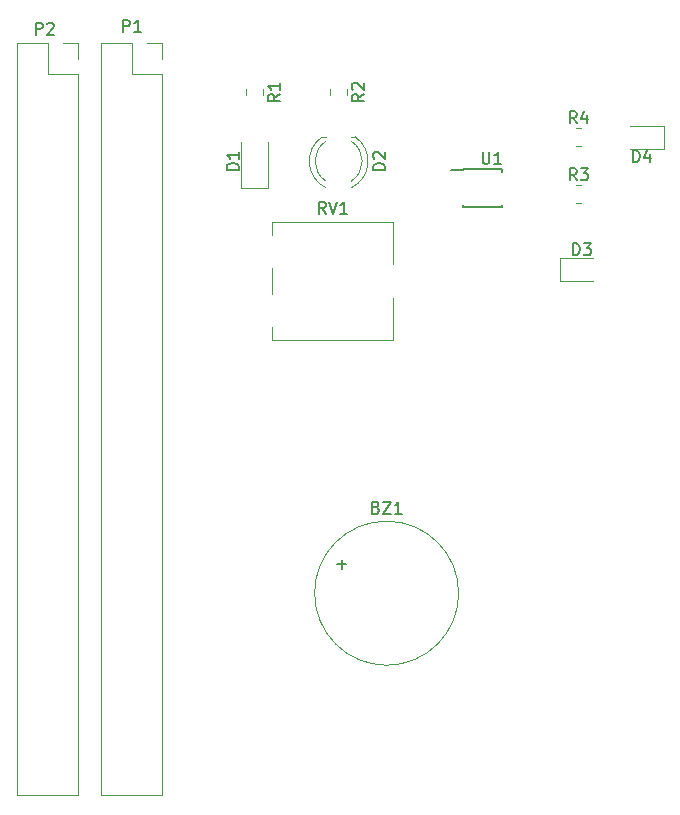
<source format=gbr>
%TF.GenerationSoftware,KiCad,Pcbnew,7.0.1*%
%TF.CreationDate,2023-06-06T22:13:03-06:00*%
%TF.ProjectId,CarSensor,43617253-656e-4736-9f72-2e6b69636164,rev?*%
%TF.SameCoordinates,Original*%
%TF.FileFunction,Legend,Top*%
%TF.FilePolarity,Positive*%
%FSLAX46Y46*%
G04 Gerber Fmt 4.6, Leading zero omitted, Abs format (unit mm)*
G04 Created by KiCad (PCBNEW 7.0.1) date 2023-06-06 22:13:03*
%MOMM*%
%LPD*%
G01*
G04 APERTURE LIST*
%ADD10C,0.150000*%
%ADD11C,0.120000*%
G04 APERTURE END LIST*
D10*
%TO.C,U1*%
X131318095Y-59152619D02*
X131318095Y-59962142D01*
X131318095Y-59962142D02*
X131365714Y-60057380D01*
X131365714Y-60057380D02*
X131413333Y-60105000D01*
X131413333Y-60105000D02*
X131508571Y-60152619D01*
X131508571Y-60152619D02*
X131699047Y-60152619D01*
X131699047Y-60152619D02*
X131794285Y-60105000D01*
X131794285Y-60105000D02*
X131841904Y-60057380D01*
X131841904Y-60057380D02*
X131889523Y-59962142D01*
X131889523Y-59962142D02*
X131889523Y-59152619D01*
X132889523Y-60152619D02*
X132318095Y-60152619D01*
X132603809Y-60152619D02*
X132603809Y-59152619D01*
X132603809Y-59152619D02*
X132508571Y-59295476D01*
X132508571Y-59295476D02*
X132413333Y-59390714D01*
X132413333Y-59390714D02*
X132318095Y-59438333D01*
%TO.C,RV1*%
X118022761Y-64391619D02*
X117689428Y-63915428D01*
X117451333Y-64391619D02*
X117451333Y-63391619D01*
X117451333Y-63391619D02*
X117832285Y-63391619D01*
X117832285Y-63391619D02*
X117927523Y-63439238D01*
X117927523Y-63439238D02*
X117975142Y-63486857D01*
X117975142Y-63486857D02*
X118022761Y-63582095D01*
X118022761Y-63582095D02*
X118022761Y-63724952D01*
X118022761Y-63724952D02*
X117975142Y-63820190D01*
X117975142Y-63820190D02*
X117927523Y-63867809D01*
X117927523Y-63867809D02*
X117832285Y-63915428D01*
X117832285Y-63915428D02*
X117451333Y-63915428D01*
X118308476Y-63391619D02*
X118641809Y-64391619D01*
X118641809Y-64391619D02*
X118975142Y-63391619D01*
X119832285Y-64391619D02*
X119260857Y-64391619D01*
X119546571Y-64391619D02*
X119546571Y-63391619D01*
X119546571Y-63391619D02*
X119451333Y-63534476D01*
X119451333Y-63534476D02*
X119356095Y-63629714D01*
X119356095Y-63629714D02*
X119260857Y-63677333D01*
%TO.C,R4*%
X139279333Y-56724619D02*
X138946000Y-56248428D01*
X138707905Y-56724619D02*
X138707905Y-55724619D01*
X138707905Y-55724619D02*
X139088857Y-55724619D01*
X139088857Y-55724619D02*
X139184095Y-55772238D01*
X139184095Y-55772238D02*
X139231714Y-55819857D01*
X139231714Y-55819857D02*
X139279333Y-55915095D01*
X139279333Y-55915095D02*
X139279333Y-56057952D01*
X139279333Y-56057952D02*
X139231714Y-56153190D01*
X139231714Y-56153190D02*
X139184095Y-56200809D01*
X139184095Y-56200809D02*
X139088857Y-56248428D01*
X139088857Y-56248428D02*
X138707905Y-56248428D01*
X140136476Y-56057952D02*
X140136476Y-56724619D01*
X139898381Y-55677000D02*
X139660286Y-56391285D01*
X139660286Y-56391285D02*
X140279333Y-56391285D01*
%TO.C,R3*%
X139279333Y-61550619D02*
X138946000Y-61074428D01*
X138707905Y-61550619D02*
X138707905Y-60550619D01*
X138707905Y-60550619D02*
X139088857Y-60550619D01*
X139088857Y-60550619D02*
X139184095Y-60598238D01*
X139184095Y-60598238D02*
X139231714Y-60645857D01*
X139231714Y-60645857D02*
X139279333Y-60741095D01*
X139279333Y-60741095D02*
X139279333Y-60883952D01*
X139279333Y-60883952D02*
X139231714Y-60979190D01*
X139231714Y-60979190D02*
X139184095Y-61026809D01*
X139184095Y-61026809D02*
X139088857Y-61074428D01*
X139088857Y-61074428D02*
X138707905Y-61074428D01*
X139612667Y-60550619D02*
X140231714Y-60550619D01*
X140231714Y-60550619D02*
X139898381Y-60931571D01*
X139898381Y-60931571D02*
X140041238Y-60931571D01*
X140041238Y-60931571D02*
X140136476Y-60979190D01*
X140136476Y-60979190D02*
X140184095Y-61026809D01*
X140184095Y-61026809D02*
X140231714Y-61122047D01*
X140231714Y-61122047D02*
X140231714Y-61360142D01*
X140231714Y-61360142D02*
X140184095Y-61455380D01*
X140184095Y-61455380D02*
X140136476Y-61503000D01*
X140136476Y-61503000D02*
X140041238Y-61550619D01*
X140041238Y-61550619D02*
X139755524Y-61550619D01*
X139755524Y-61550619D02*
X139660286Y-61503000D01*
X139660286Y-61503000D02*
X139612667Y-61455380D01*
%TO.C,R2*%
X121238619Y-54268666D02*
X120762428Y-54601999D01*
X121238619Y-54840094D02*
X120238619Y-54840094D01*
X120238619Y-54840094D02*
X120238619Y-54459142D01*
X120238619Y-54459142D02*
X120286238Y-54363904D01*
X120286238Y-54363904D02*
X120333857Y-54316285D01*
X120333857Y-54316285D02*
X120429095Y-54268666D01*
X120429095Y-54268666D02*
X120571952Y-54268666D01*
X120571952Y-54268666D02*
X120667190Y-54316285D01*
X120667190Y-54316285D02*
X120714809Y-54363904D01*
X120714809Y-54363904D02*
X120762428Y-54459142D01*
X120762428Y-54459142D02*
X120762428Y-54840094D01*
X120333857Y-53887713D02*
X120286238Y-53840094D01*
X120286238Y-53840094D02*
X120238619Y-53744856D01*
X120238619Y-53744856D02*
X120238619Y-53506761D01*
X120238619Y-53506761D02*
X120286238Y-53411523D01*
X120286238Y-53411523D02*
X120333857Y-53363904D01*
X120333857Y-53363904D02*
X120429095Y-53316285D01*
X120429095Y-53316285D02*
X120524333Y-53316285D01*
X120524333Y-53316285D02*
X120667190Y-53363904D01*
X120667190Y-53363904D02*
X121238619Y-53935332D01*
X121238619Y-53935332D02*
X121238619Y-53316285D01*
%TO.C,R1*%
X114126619Y-54268666D02*
X113650428Y-54601999D01*
X114126619Y-54840094D02*
X113126619Y-54840094D01*
X113126619Y-54840094D02*
X113126619Y-54459142D01*
X113126619Y-54459142D02*
X113174238Y-54363904D01*
X113174238Y-54363904D02*
X113221857Y-54316285D01*
X113221857Y-54316285D02*
X113317095Y-54268666D01*
X113317095Y-54268666D02*
X113459952Y-54268666D01*
X113459952Y-54268666D02*
X113555190Y-54316285D01*
X113555190Y-54316285D02*
X113602809Y-54363904D01*
X113602809Y-54363904D02*
X113650428Y-54459142D01*
X113650428Y-54459142D02*
X113650428Y-54840094D01*
X114126619Y-53316285D02*
X114126619Y-53887713D01*
X114126619Y-53601999D02*
X113126619Y-53601999D01*
X113126619Y-53601999D02*
X113269476Y-53697237D01*
X113269476Y-53697237D02*
X113364714Y-53792475D01*
X113364714Y-53792475D02*
X113412333Y-53887713D01*
%TO.C,P2*%
X93495905Y-49230619D02*
X93495905Y-48230619D01*
X93495905Y-48230619D02*
X93876857Y-48230619D01*
X93876857Y-48230619D02*
X93972095Y-48278238D01*
X93972095Y-48278238D02*
X94019714Y-48325857D01*
X94019714Y-48325857D02*
X94067333Y-48421095D01*
X94067333Y-48421095D02*
X94067333Y-48563952D01*
X94067333Y-48563952D02*
X94019714Y-48659190D01*
X94019714Y-48659190D02*
X93972095Y-48706809D01*
X93972095Y-48706809D02*
X93876857Y-48754428D01*
X93876857Y-48754428D02*
X93495905Y-48754428D01*
X94448286Y-48325857D02*
X94495905Y-48278238D01*
X94495905Y-48278238D02*
X94591143Y-48230619D01*
X94591143Y-48230619D02*
X94829238Y-48230619D01*
X94829238Y-48230619D02*
X94924476Y-48278238D01*
X94924476Y-48278238D02*
X94972095Y-48325857D01*
X94972095Y-48325857D02*
X95019714Y-48421095D01*
X95019714Y-48421095D02*
X95019714Y-48516333D01*
X95019714Y-48516333D02*
X94972095Y-48659190D01*
X94972095Y-48659190D02*
X94400667Y-49230619D01*
X94400667Y-49230619D02*
X95019714Y-49230619D01*
%TO.C,P1*%
X100861905Y-49000619D02*
X100861905Y-48000619D01*
X100861905Y-48000619D02*
X101242857Y-48000619D01*
X101242857Y-48000619D02*
X101338095Y-48048238D01*
X101338095Y-48048238D02*
X101385714Y-48095857D01*
X101385714Y-48095857D02*
X101433333Y-48191095D01*
X101433333Y-48191095D02*
X101433333Y-48333952D01*
X101433333Y-48333952D02*
X101385714Y-48429190D01*
X101385714Y-48429190D02*
X101338095Y-48476809D01*
X101338095Y-48476809D02*
X101242857Y-48524428D01*
X101242857Y-48524428D02*
X100861905Y-48524428D01*
X102385714Y-49000619D02*
X101814286Y-49000619D01*
X102100000Y-49000619D02*
X102100000Y-48000619D01*
X102100000Y-48000619D02*
X102004762Y-48143476D01*
X102004762Y-48143476D02*
X101909524Y-48238714D01*
X101909524Y-48238714D02*
X101814286Y-48286333D01*
%TO.C,D4*%
X144041905Y-60024619D02*
X144041905Y-59024619D01*
X144041905Y-59024619D02*
X144280000Y-59024619D01*
X144280000Y-59024619D02*
X144422857Y-59072238D01*
X144422857Y-59072238D02*
X144518095Y-59167476D01*
X144518095Y-59167476D02*
X144565714Y-59262714D01*
X144565714Y-59262714D02*
X144613333Y-59453190D01*
X144613333Y-59453190D02*
X144613333Y-59596047D01*
X144613333Y-59596047D02*
X144565714Y-59786523D01*
X144565714Y-59786523D02*
X144518095Y-59881761D01*
X144518095Y-59881761D02*
X144422857Y-59977000D01*
X144422857Y-59977000D02*
X144280000Y-60024619D01*
X144280000Y-60024619D02*
X144041905Y-60024619D01*
X145470476Y-59357952D02*
X145470476Y-60024619D01*
X145232381Y-58977000D02*
X144994286Y-59691285D01*
X144994286Y-59691285D02*
X145613333Y-59691285D01*
%TO.C,D3*%
X138961905Y-67900619D02*
X138961905Y-66900619D01*
X138961905Y-66900619D02*
X139200000Y-66900619D01*
X139200000Y-66900619D02*
X139342857Y-66948238D01*
X139342857Y-66948238D02*
X139438095Y-67043476D01*
X139438095Y-67043476D02*
X139485714Y-67138714D01*
X139485714Y-67138714D02*
X139533333Y-67329190D01*
X139533333Y-67329190D02*
X139533333Y-67472047D01*
X139533333Y-67472047D02*
X139485714Y-67662523D01*
X139485714Y-67662523D02*
X139438095Y-67757761D01*
X139438095Y-67757761D02*
X139342857Y-67853000D01*
X139342857Y-67853000D02*
X139200000Y-67900619D01*
X139200000Y-67900619D02*
X138961905Y-67900619D01*
X139866667Y-66900619D02*
X140485714Y-66900619D01*
X140485714Y-66900619D02*
X140152381Y-67281571D01*
X140152381Y-67281571D02*
X140295238Y-67281571D01*
X140295238Y-67281571D02*
X140390476Y-67329190D01*
X140390476Y-67329190D02*
X140438095Y-67376809D01*
X140438095Y-67376809D02*
X140485714Y-67472047D01*
X140485714Y-67472047D02*
X140485714Y-67710142D01*
X140485714Y-67710142D02*
X140438095Y-67805380D01*
X140438095Y-67805380D02*
X140390476Y-67853000D01*
X140390476Y-67853000D02*
X140295238Y-67900619D01*
X140295238Y-67900619D02*
X140009524Y-67900619D01*
X140009524Y-67900619D02*
X139914286Y-67853000D01*
X139914286Y-67853000D02*
X139866667Y-67805380D01*
%TO.C,D2*%
X123048619Y-60682094D02*
X122048619Y-60682094D01*
X122048619Y-60682094D02*
X122048619Y-60443999D01*
X122048619Y-60443999D02*
X122096238Y-60301142D01*
X122096238Y-60301142D02*
X122191476Y-60205904D01*
X122191476Y-60205904D02*
X122286714Y-60158285D01*
X122286714Y-60158285D02*
X122477190Y-60110666D01*
X122477190Y-60110666D02*
X122620047Y-60110666D01*
X122620047Y-60110666D02*
X122810523Y-60158285D01*
X122810523Y-60158285D02*
X122905761Y-60205904D01*
X122905761Y-60205904D02*
X123001000Y-60301142D01*
X123001000Y-60301142D02*
X123048619Y-60443999D01*
X123048619Y-60443999D02*
X123048619Y-60682094D01*
X122143857Y-59729713D02*
X122096238Y-59682094D01*
X122096238Y-59682094D02*
X122048619Y-59586856D01*
X122048619Y-59586856D02*
X122048619Y-59348761D01*
X122048619Y-59348761D02*
X122096238Y-59253523D01*
X122096238Y-59253523D02*
X122143857Y-59205904D01*
X122143857Y-59205904D02*
X122239095Y-59158285D01*
X122239095Y-59158285D02*
X122334333Y-59158285D01*
X122334333Y-59158285D02*
X122477190Y-59205904D01*
X122477190Y-59205904D02*
X123048619Y-59777332D01*
X123048619Y-59777332D02*
X123048619Y-59158285D01*
%TO.C,D1*%
X110656619Y-60682094D02*
X109656619Y-60682094D01*
X109656619Y-60682094D02*
X109656619Y-60443999D01*
X109656619Y-60443999D02*
X109704238Y-60301142D01*
X109704238Y-60301142D02*
X109799476Y-60205904D01*
X109799476Y-60205904D02*
X109894714Y-60158285D01*
X109894714Y-60158285D02*
X110085190Y-60110666D01*
X110085190Y-60110666D02*
X110228047Y-60110666D01*
X110228047Y-60110666D02*
X110418523Y-60158285D01*
X110418523Y-60158285D02*
X110513761Y-60205904D01*
X110513761Y-60205904D02*
X110609000Y-60301142D01*
X110609000Y-60301142D02*
X110656619Y-60443999D01*
X110656619Y-60443999D02*
X110656619Y-60682094D01*
X110656619Y-59158285D02*
X110656619Y-59729713D01*
X110656619Y-59443999D02*
X109656619Y-59443999D01*
X109656619Y-59443999D02*
X109799476Y-59539237D01*
X109799476Y-59539237D02*
X109894714Y-59634475D01*
X109894714Y-59634475D02*
X109942333Y-59729713D01*
%TO.C,BZ1*%
X122309047Y-89258809D02*
X122451904Y-89306428D01*
X122451904Y-89306428D02*
X122499523Y-89354047D01*
X122499523Y-89354047D02*
X122547142Y-89449285D01*
X122547142Y-89449285D02*
X122547142Y-89592142D01*
X122547142Y-89592142D02*
X122499523Y-89687380D01*
X122499523Y-89687380D02*
X122451904Y-89735000D01*
X122451904Y-89735000D02*
X122356666Y-89782619D01*
X122356666Y-89782619D02*
X121975714Y-89782619D01*
X121975714Y-89782619D02*
X121975714Y-88782619D01*
X121975714Y-88782619D02*
X122309047Y-88782619D01*
X122309047Y-88782619D02*
X122404285Y-88830238D01*
X122404285Y-88830238D02*
X122451904Y-88877857D01*
X122451904Y-88877857D02*
X122499523Y-88973095D01*
X122499523Y-88973095D02*
X122499523Y-89068333D01*
X122499523Y-89068333D02*
X122451904Y-89163571D01*
X122451904Y-89163571D02*
X122404285Y-89211190D01*
X122404285Y-89211190D02*
X122309047Y-89258809D01*
X122309047Y-89258809D02*
X121975714Y-89258809D01*
X122880476Y-88782619D02*
X123547142Y-88782619D01*
X123547142Y-88782619D02*
X122880476Y-89782619D01*
X122880476Y-89782619D02*
X123547142Y-89782619D01*
X124451904Y-89782619D02*
X123880476Y-89782619D01*
X124166190Y-89782619D02*
X124166190Y-88782619D01*
X124166190Y-88782619D02*
X124070952Y-88925476D01*
X124070952Y-88925476D02*
X123975714Y-89020714D01*
X123975714Y-89020714D02*
X123880476Y-89068333D01*
X118999048Y-94061666D02*
X119760953Y-94061666D01*
X119380000Y-94442619D02*
X119380000Y-93680714D01*
%TO.C,U1*%
X132943000Y-60605000D02*
X132943000Y-60830000D01*
X129693000Y-60605000D02*
X129693000Y-60730000D01*
X129693000Y-63855000D02*
X129693000Y-63630000D01*
X132943000Y-63855000D02*
X132943000Y-63630000D01*
X129693000Y-60605000D02*
X132943000Y-60605000D01*
X129693000Y-63855000D02*
X132943000Y-63855000D01*
X129693000Y-60730000D02*
X128618000Y-60730000D01*
D11*
%TO.C,RV1*%
X123738000Y-71504000D02*
X123738000Y-75099000D01*
X113498000Y-75099000D02*
X123738000Y-75099000D01*
X113498000Y-74004000D02*
X113498000Y-75099000D01*
X113498000Y-65058000D02*
X113498000Y-66153000D01*
X123738000Y-65058000D02*
X123738000Y-68654000D01*
X113498000Y-65058000D02*
X123738000Y-65058000D01*
X113498000Y-69005000D02*
X113498000Y-71154000D01*
%TO.C,R4*%
X139218936Y-58647000D02*
X139673064Y-58647000D01*
X139218936Y-57177000D02*
X139673064Y-57177000D01*
%TO.C,R3*%
X139218936Y-63473000D02*
X139673064Y-63473000D01*
X139218936Y-62003000D02*
X139673064Y-62003000D01*
%TO.C,R2*%
X118391000Y-53874936D02*
X118391000Y-54329064D01*
X119861000Y-53874936D02*
X119861000Y-54329064D01*
%TO.C,R1*%
X111279000Y-53874936D02*
X111279000Y-54329064D01*
X112749000Y-53874936D02*
X112749000Y-54329064D01*
%TO.C,P2*%
X97088000Y-49978000D02*
X97088000Y-51308000D01*
X94488000Y-49978000D02*
X94488000Y-52578000D01*
X95758000Y-49978000D02*
X97088000Y-49978000D01*
X91888000Y-49978000D02*
X91888000Y-113598000D01*
X94488000Y-52578000D02*
X97088000Y-52578000D01*
X91888000Y-49978000D02*
X94488000Y-49978000D01*
X91888000Y-113598000D02*
X97088000Y-113598000D01*
X97088000Y-52578000D02*
X97088000Y-113598000D01*
%TO.C,P1*%
X104200000Y-49978000D02*
X104200000Y-51308000D01*
X101600000Y-49978000D02*
X101600000Y-52578000D01*
X102870000Y-49978000D02*
X104200000Y-49978000D01*
X99000000Y-49978000D02*
X99000000Y-113598000D01*
X101600000Y-52578000D02*
X104200000Y-52578000D01*
X99000000Y-49978000D02*
X101600000Y-49978000D01*
X99000000Y-113598000D02*
X104200000Y-113598000D01*
X104200000Y-52578000D02*
X104200000Y-113598000D01*
%TO.C,D4*%
X146640000Y-56952000D02*
X143780000Y-56952000D01*
X143780000Y-58872000D02*
X146640000Y-58872000D01*
X146640000Y-58872000D02*
X146640000Y-56952000D01*
%TO.C,D3*%
X137840000Y-68128000D02*
X137840000Y-70048000D01*
X140700000Y-68128000D02*
X137840000Y-68128000D01*
X137840000Y-70048000D02*
X140700000Y-70048000D01*
%TO.C,D2*%
X117727251Y-57884001D02*
G75*
G03*
X118045276Y-62187241I1398749J-2059999D01*
G01*
X118046001Y-58260671D02*
G75*
G03*
X118045040Y-61626712I1079999J-1683329D01*
G01*
X120206724Y-62187241D02*
G75*
G03*
X120524749Y-57884001I-1080724J2243241D01*
G01*
X120206960Y-61626712D02*
G75*
G03*
X120205999Y-58260671I-1080960J1682712D01*
G01*
X118046000Y-57884000D02*
X117727000Y-57884000D01*
X120525000Y-57884000D02*
X120206000Y-57884000D01*
%TO.C,D1*%
X113149000Y-62229000D02*
X113149000Y-58344000D01*
X110879000Y-58344000D02*
X110879000Y-62229000D01*
X110879000Y-62229000D02*
X113149000Y-62229000D01*
%TO.C,BZ1*%
X129290000Y-96520000D02*
G75*
G03*
X129290000Y-96520000I-6100000J0D01*
G01*
%TD*%
M02*

</source>
